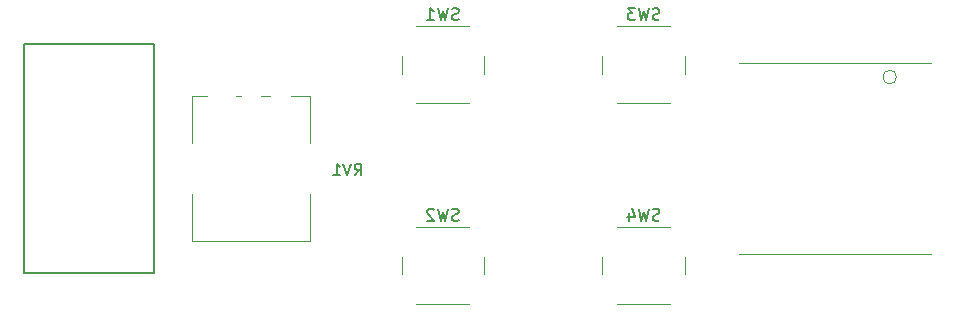
<source format=gbr>
%TF.GenerationSoftware,KiCad,Pcbnew,8.0.6*%
%TF.CreationDate,2025-03-01T18:05:20-05:00*%
%TF.ProjectId,receiver,72656365-6976-4657-922e-6b696361645f,rev?*%
%TF.SameCoordinates,Original*%
%TF.FileFunction,Legend,Bot*%
%TF.FilePolarity,Positive*%
%FSLAX46Y46*%
G04 Gerber Fmt 4.6, Leading zero omitted, Abs format (unit mm)*
G04 Created by KiCad (PCBNEW 8.0.6) date 2025-03-01 18:05:20*
%MOMM*%
%LPD*%
G01*
G04 APERTURE LIST*
%ADD10C,0.153000*%
%ADD11C,0.120000*%
%ADD12C,0.100000*%
%ADD13C,0.152400*%
G04 APERTURE END LIST*
D10*
X134112669Y-118397620D02*
X134446002Y-117921429D01*
X134684097Y-118397620D02*
X134684097Y-117397620D01*
X134684097Y-117397620D02*
X134303145Y-117397620D01*
X134303145Y-117397620D02*
X134207907Y-117445239D01*
X134207907Y-117445239D02*
X134160288Y-117492858D01*
X134160288Y-117492858D02*
X134112669Y-117588096D01*
X134112669Y-117588096D02*
X134112669Y-117730953D01*
X134112669Y-117730953D02*
X134160288Y-117826191D01*
X134160288Y-117826191D02*
X134207907Y-117873810D01*
X134207907Y-117873810D02*
X134303145Y-117921429D01*
X134303145Y-117921429D02*
X134684097Y-117921429D01*
X133826954Y-117397620D02*
X133493621Y-118397620D01*
X133493621Y-118397620D02*
X133160288Y-117397620D01*
X132303145Y-118397620D02*
X132874573Y-118397620D01*
X132588859Y-118397620D02*
X132588859Y-117397620D01*
X132588859Y-117397620D02*
X132684097Y-117540477D01*
X132684097Y-117540477D02*
X132779335Y-117635715D01*
X132779335Y-117635715D02*
X132874573Y-117683334D01*
X159918289Y-105178396D02*
X159775432Y-105226015D01*
X159775432Y-105226015D02*
X159537337Y-105226015D01*
X159537337Y-105226015D02*
X159442099Y-105178396D01*
X159442099Y-105178396D02*
X159394480Y-105130776D01*
X159394480Y-105130776D02*
X159346861Y-105035538D01*
X159346861Y-105035538D02*
X159346861Y-104940300D01*
X159346861Y-104940300D02*
X159394480Y-104845062D01*
X159394480Y-104845062D02*
X159442099Y-104797443D01*
X159442099Y-104797443D02*
X159537337Y-104749824D01*
X159537337Y-104749824D02*
X159727813Y-104702205D01*
X159727813Y-104702205D02*
X159823051Y-104654586D01*
X159823051Y-104654586D02*
X159870670Y-104606967D01*
X159870670Y-104606967D02*
X159918289Y-104511729D01*
X159918289Y-104511729D02*
X159918289Y-104416491D01*
X159918289Y-104416491D02*
X159870670Y-104321253D01*
X159870670Y-104321253D02*
X159823051Y-104273634D01*
X159823051Y-104273634D02*
X159727813Y-104226015D01*
X159727813Y-104226015D02*
X159489718Y-104226015D01*
X159489718Y-104226015D02*
X159346861Y-104273634D01*
X159013527Y-104226015D02*
X158775432Y-105226015D01*
X158775432Y-105226015D02*
X158584956Y-104511729D01*
X158584956Y-104511729D02*
X158394480Y-105226015D01*
X158394480Y-105226015D02*
X158156385Y-104226015D01*
X157870670Y-104226015D02*
X157251623Y-104226015D01*
X157251623Y-104226015D02*
X157584956Y-104606967D01*
X157584956Y-104606967D02*
X157442099Y-104606967D01*
X157442099Y-104606967D02*
X157346861Y-104654586D01*
X157346861Y-104654586D02*
X157299242Y-104702205D01*
X157299242Y-104702205D02*
X157251623Y-104797443D01*
X157251623Y-104797443D02*
X157251623Y-105035538D01*
X157251623Y-105035538D02*
X157299242Y-105130776D01*
X157299242Y-105130776D02*
X157346861Y-105178396D01*
X157346861Y-105178396D02*
X157442099Y-105226015D01*
X157442099Y-105226015D02*
X157727813Y-105226015D01*
X157727813Y-105226015D02*
X157823051Y-105178396D01*
X157823051Y-105178396D02*
X157870670Y-105130776D01*
X142918289Y-105178396D02*
X142775432Y-105226015D01*
X142775432Y-105226015D02*
X142537337Y-105226015D01*
X142537337Y-105226015D02*
X142442099Y-105178396D01*
X142442099Y-105178396D02*
X142394480Y-105130776D01*
X142394480Y-105130776D02*
X142346861Y-105035538D01*
X142346861Y-105035538D02*
X142346861Y-104940300D01*
X142346861Y-104940300D02*
X142394480Y-104845062D01*
X142394480Y-104845062D02*
X142442099Y-104797443D01*
X142442099Y-104797443D02*
X142537337Y-104749824D01*
X142537337Y-104749824D02*
X142727813Y-104702205D01*
X142727813Y-104702205D02*
X142823051Y-104654586D01*
X142823051Y-104654586D02*
X142870670Y-104606967D01*
X142870670Y-104606967D02*
X142918289Y-104511729D01*
X142918289Y-104511729D02*
X142918289Y-104416491D01*
X142918289Y-104416491D02*
X142870670Y-104321253D01*
X142870670Y-104321253D02*
X142823051Y-104273634D01*
X142823051Y-104273634D02*
X142727813Y-104226015D01*
X142727813Y-104226015D02*
X142489718Y-104226015D01*
X142489718Y-104226015D02*
X142346861Y-104273634D01*
X142013527Y-104226015D02*
X141775432Y-105226015D01*
X141775432Y-105226015D02*
X141584956Y-104511729D01*
X141584956Y-104511729D02*
X141394480Y-105226015D01*
X141394480Y-105226015D02*
X141156385Y-104226015D01*
X140251623Y-105226015D02*
X140823051Y-105226015D01*
X140537337Y-105226015D02*
X140537337Y-104226015D01*
X140537337Y-104226015D02*
X140632575Y-104368872D01*
X140632575Y-104368872D02*
X140727813Y-104464110D01*
X140727813Y-104464110D02*
X140823051Y-104511729D01*
X159918289Y-122178396D02*
X159775432Y-122226015D01*
X159775432Y-122226015D02*
X159537337Y-122226015D01*
X159537337Y-122226015D02*
X159442099Y-122178396D01*
X159442099Y-122178396D02*
X159394480Y-122130776D01*
X159394480Y-122130776D02*
X159346861Y-122035538D01*
X159346861Y-122035538D02*
X159346861Y-121940300D01*
X159346861Y-121940300D02*
X159394480Y-121845062D01*
X159394480Y-121845062D02*
X159442099Y-121797443D01*
X159442099Y-121797443D02*
X159537337Y-121749824D01*
X159537337Y-121749824D02*
X159727813Y-121702205D01*
X159727813Y-121702205D02*
X159823051Y-121654586D01*
X159823051Y-121654586D02*
X159870670Y-121606967D01*
X159870670Y-121606967D02*
X159918289Y-121511729D01*
X159918289Y-121511729D02*
X159918289Y-121416491D01*
X159918289Y-121416491D02*
X159870670Y-121321253D01*
X159870670Y-121321253D02*
X159823051Y-121273634D01*
X159823051Y-121273634D02*
X159727813Y-121226015D01*
X159727813Y-121226015D02*
X159489718Y-121226015D01*
X159489718Y-121226015D02*
X159346861Y-121273634D01*
X159013527Y-121226015D02*
X158775432Y-122226015D01*
X158775432Y-122226015D02*
X158584956Y-121511729D01*
X158584956Y-121511729D02*
X158394480Y-122226015D01*
X158394480Y-122226015D02*
X158156385Y-121226015D01*
X157346861Y-121559348D02*
X157346861Y-122226015D01*
X157584956Y-121178396D02*
X157823051Y-121892681D01*
X157823051Y-121892681D02*
X157204004Y-121892681D01*
X142918289Y-122178396D02*
X142775432Y-122226015D01*
X142775432Y-122226015D02*
X142537337Y-122226015D01*
X142537337Y-122226015D02*
X142442099Y-122178396D01*
X142442099Y-122178396D02*
X142394480Y-122130776D01*
X142394480Y-122130776D02*
X142346861Y-122035538D01*
X142346861Y-122035538D02*
X142346861Y-121940300D01*
X142346861Y-121940300D02*
X142394480Y-121845062D01*
X142394480Y-121845062D02*
X142442099Y-121797443D01*
X142442099Y-121797443D02*
X142537337Y-121749824D01*
X142537337Y-121749824D02*
X142727813Y-121702205D01*
X142727813Y-121702205D02*
X142823051Y-121654586D01*
X142823051Y-121654586D02*
X142870670Y-121606967D01*
X142870670Y-121606967D02*
X142918289Y-121511729D01*
X142918289Y-121511729D02*
X142918289Y-121416491D01*
X142918289Y-121416491D02*
X142870670Y-121321253D01*
X142870670Y-121321253D02*
X142823051Y-121273634D01*
X142823051Y-121273634D02*
X142727813Y-121226015D01*
X142727813Y-121226015D02*
X142489718Y-121226015D01*
X142489718Y-121226015D02*
X142346861Y-121273634D01*
X142013527Y-121226015D02*
X141775432Y-122226015D01*
X141775432Y-122226015D02*
X141584956Y-121511729D01*
X141584956Y-121511729D02*
X141394480Y-122226015D01*
X141394480Y-122226015D02*
X141156385Y-121226015D01*
X140823051Y-121321253D02*
X140775432Y-121273634D01*
X140775432Y-121273634D02*
X140680194Y-121226015D01*
X140680194Y-121226015D02*
X140442099Y-121226015D01*
X140442099Y-121226015D02*
X140346861Y-121273634D01*
X140346861Y-121273634D02*
X140299242Y-121321253D01*
X140299242Y-121321253D02*
X140251623Y-121416491D01*
X140251623Y-121416491D02*
X140251623Y-121511729D01*
X140251623Y-121511729D02*
X140299242Y-121654586D01*
X140299242Y-121654586D02*
X140870670Y-122226015D01*
X140870670Y-122226015D02*
X140251623Y-122226015D01*
D11*
%TO.C,RV1*%
X120334079Y-115636387D02*
X120334079Y-111699387D01*
X120334079Y-123939387D02*
X120334079Y-120003387D01*
X121655079Y-111699387D02*
X120334079Y-111699387D01*
X124485079Y-111699387D02*
X124105079Y-111699387D01*
X126985079Y-111699387D02*
X126226079Y-111699387D01*
X130375079Y-111699387D02*
X128725079Y-111699387D01*
X130375079Y-115636387D02*
X130375079Y-111699387D01*
X130375079Y-123939387D02*
X120334079Y-123939387D01*
X130375079Y-123939387D02*
X130375079Y-120003387D01*
%TO.C,SW3*%
X155084957Y-108271352D02*
X155084957Y-109771352D01*
X156334957Y-112271352D02*
X160834957Y-112271352D01*
X160834957Y-105771352D02*
X156334957Y-105771352D01*
X162084957Y-109771352D02*
X162084957Y-108271352D01*
%TO.C,SW1*%
X138084957Y-108271352D02*
X138084957Y-109771352D01*
X139334957Y-112271352D02*
X143834957Y-112271352D01*
X143834957Y-105771352D02*
X139334957Y-105771352D01*
X145084957Y-109771352D02*
X145084957Y-108271352D01*
%TO.C,SW4*%
X155084957Y-125271352D02*
X155084957Y-126771352D01*
X156334957Y-129271352D02*
X160834957Y-129271352D01*
X160834957Y-122771352D02*
X156334957Y-122771352D01*
X162084957Y-126771352D02*
X162084957Y-125271352D01*
%TO.C,SW2*%
X138084957Y-125271352D02*
X138084957Y-126771352D01*
X139334957Y-129271352D02*
X143834957Y-129271352D01*
X143834957Y-122771352D02*
X139334957Y-122771352D01*
X145084957Y-126771352D02*
X145084957Y-125271352D01*
%TO.C,RF1*%
X166681803Y-108880279D02*
X182881803Y-108880279D01*
X166681803Y-125080279D02*
X182881803Y-125080279D01*
D12*
X180000655Y-110074016D02*
G75*
G02*
X178839699Y-110074016I-580478J0D01*
G01*
X178839699Y-110074016D02*
G75*
G02*
X180000655Y-110074016I580478J0D01*
G01*
D13*
%TO.C,SW5*%
X106091041Y-107283614D02*
X106091041Y-126638414D01*
X106091041Y-126638414D02*
X117140041Y-126638414D01*
X117140041Y-107283614D02*
X106091041Y-107283614D01*
X117140041Y-126638414D02*
X117140041Y-107283614D01*
%TD*%
M02*

</source>
